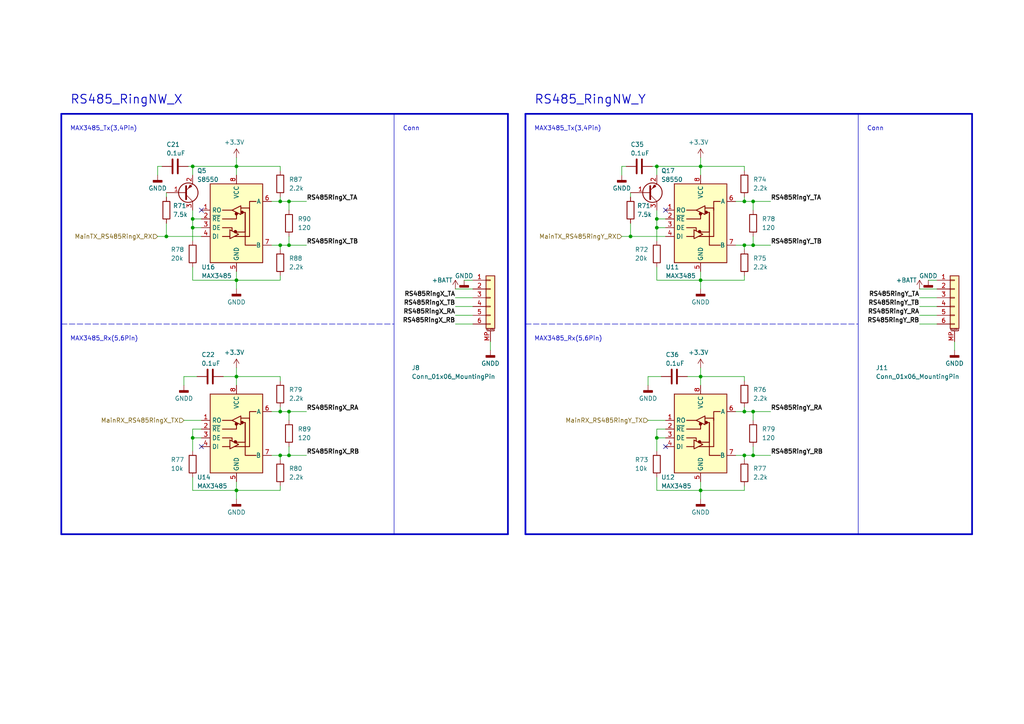
<source format=kicad_sch>
(kicad_sch (version 20230121) (generator eeschema)
  (paper "A4")
  (lib_symbols
    (symbol "Connector_Generic_MountingPin:Conn_01x06_MountingPin" (pin_names (offset 1.016) hide)
      (property "Reference" "J" (at 0 7.62 0))
      (property "Value" "Conn_01x06_MountingPin" (at 1.27 -10.16 0))
      (symbol "Conn_01x06_MountingPin_1_1"
        (rectangle (start -1.27 -7.493) (end 0 -7.747) (stroke (width 0.1524)))
        (rectangle (start -1.27 -4.953) (end 0 -5.207) (stroke (width 0.1524)))
        (rectangle (start -1.27 -2.413) (end 0 -2.667) (stroke (width 0.1524)))
        (rectangle (start -1.27 0.127) (end 0 -0.127) (stroke (width 0.1524)))
        (rectangle (start -1.27 2.667) (end 0 2.413) (stroke (width 0.1524)))
        (rectangle (start -1.27 5.207) (end 0 4.953) (stroke (width 0.1524)))
        (rectangle (start -1.27 6.35) (end 1.27 -8.89) (stroke (width 0.254)) (fill (type background)))
        (polyline (pts (xy -1.016 -9.652) (xy 1.016 -9.652)) (stroke (width 0.1524)))
        (text "Mounting" (at 0 -9.271 0) (effects (font (size 0.381 0.381))))
        (pin passive line (at -5.08 5.08 0) (length 3.81) (name "Pin_1") (number "1"))
        (pin passive line (at -5.08 2.54 0) (length 3.81) (name "Pin_2") (number "2"))
        (pin passive line (at -5.08 0 0) (length 3.81) (name "Pin_3") (number "3"))
        (pin passive line (at -5.08 -2.54 0) (length 3.81) (name "Pin_4") (number "4"))
        (pin passive line (at -5.08 -5.08 0) (length 3.81) (name "Pin_5") (number "5"))
        (pin passive line (at -5.08 -7.62 0) (length 3.81) (name "Pin_6") (number "6"))
        (pin passive line (at 0 -12.7 90) (length 3.048) (name "MountPin") (number "MP"))
      )
    )
    (symbol "Device:C" (pin_numbers hide) (pin_names (offset 0.254))
      (property "Reference" "C" (at 0.635 2.54 0))
      (property "Value" "C" (at 0.635 -2.54 0))
      (symbol "C_0_1"
        (polyline (pts (xy -2.032 -0.762) (xy 2.032 -0.762)) (stroke (width 0.508)))
        (polyline (pts (xy -2.032 0.762) (xy 2.032 0.762)) (stroke (width 0.508)))
      )
      (symbol "C_1_1"
        (pin passive line (at 0 3.81 270) (length 2.794) (name "~") (number "1"))
        (pin passive line (at 0 -3.81 90) (length 2.794) (name "~") (number "2"))
      )
    )
    (symbol "Device:Q_PNP_BEC" (pin_names (offset 0) hide)
      (property "Reference" "Q" (at 5.08 1.27 0))
      (property "Value" "Q_PNP_BEC" (at 5.08 -1.27 0))
      (symbol "Q_PNP_BEC_0_1"
        (polyline (pts (xy 0.635 0.635) (xy 2.54 2.54)))
        (polyline (pts (xy 0.635 -0.635) (xy 2.54 -2.54) (xy 2.54 -2.54)))
        (polyline (pts (xy 0.635 1.905) (xy 0.635 -1.905) (xy 0.635 -1.905)) (stroke (width 0.508)))
        (polyline (pts (xy 2.286 -1.778) (xy 1.778 -2.286) (xy 1.27 -1.27) (xy 2.286 -1.778) (xy 2.286 -1.778)) (fill (type outline)))
        (circle (center 1.27 0) (radius 2.8194) (stroke (width 0.254)))
      )
      (symbol "Q_PNP_BEC_1_1"
        (pin input line (at -5.08 0 0) (length 5.715) (name "B") (number "1"))
        (pin passive line (at 2.54 -5.08 90) (length 2.54) (name "E") (number "2"))
        (pin passive line (at 2.54 5.08 270) (length 2.54) (name "C") (number "3"))
      )
    )
    (symbol "Device:R" (pin_numbers hide) (pin_names (offset 0))
      (property "Reference" "R" (at 2.032 0 90))
      (property "Value" "R" (at 0 0 90))
      (symbol "R_0_1"
        (rectangle (start -1.016 -2.54) (end 1.016 2.54) (stroke (width 0.254)))
      )
      (symbol "R_1_1"
        (pin passive line (at 0 3.81 270) (length 1.27) (name "~") (number "1"))
        (pin passive line (at 0 -3.81 90) (length 1.27) (name "~") (number "2"))
      )
    )
    (symbol "MAX3485_1"
      (property "Reference" "U?" (at 2.0194 15.24 0))
      (property "Value" "MAX3485" (at 2.0194 12.7 0))
      (symbol "MAX3485_1_0_1"
        (rectangle (start -7.62 10.16) (end 7.62 -12.7) (stroke (width 0.254)) (fill (type background)))
        (circle (center -0.3048 -3.683) (radius 0.3556) (stroke (width 0.254)) (fill (type outline)))
        (circle (center -0.0254 1.4986) (radius 0.3556) (stroke (width 0.254)) (fill (type outline)))
        (polyline (pts (xy -4.064 -5.08) (xy -1.905 -5.08)) (stroke (width 0.254)))
        (polyline (pts (xy -4.064 2.54) (xy -1.27 2.54)) (stroke (width 0.254)))
        (polyline (pts (xy -1.27 -3.2004) (xy -1.27 -3.4544)) (stroke (width 0.254)))
        (polyline (pts (xy -0.635 -5.08) (xy 3.81 -5.08)) (stroke (width 0.254)))
        (polyline (pts (xy -4.064 -2.54) (xy -1.27 -2.54) (xy -1.27 -3.175)) (stroke (width 0.254)))
        (polyline (pts (xy 0 1.27) (xy 0 0) (xy -4.064 0)) (stroke (width 0.254)))
        (polyline (pts (xy 1.27 3.175) (xy 3.81 3.175) (xy 3.81 -5.08)) (stroke (width 0.254)))
        (polyline (pts (xy 2.54 1.905) (xy 2.54 -3.81) (xy 0 -3.81)) (stroke (width 0.254)))
        (polyline (pts (xy -1.905 -3.175) (xy -1.905 -5.715) (xy 0.635 -4.445) (xy -1.905 -3.175)) (stroke (width 0.254)))
        (polyline (pts (xy -1.27 2.54) (xy 1.27 3.81) (xy 1.27 1.27) (xy -1.27 2.54)) (stroke (width 0.254)))
        (polyline (pts (xy 3.81 3.175) (xy 3.81 2.54) (xy 3.81 5.08) (xy 5.715 5.08)) (stroke (width 0.254)))
        (polyline (pts (xy 1.905 1.905) (xy 2.54 1.905) (xy 2.54 -3.81) (xy 2.54 -6.985) (xy 2.54 -7.62) (xy 5.08 -7.62) (xy 5.715 -7.62)) (stroke (width 0.254)))
        (rectangle (start 1.27 3.175) (end 1.27 3.175))
        (circle (center 1.651 1.905) (radius 0.3556) (stroke (width 0.254)) (fill (type outline)))
      )
      (symbol "MAX3485_1_1_1"
        (pin output line (at -10.16 2.54 0) (length 2.54) (name "RO") (number "1"))
        (pin input line (at -10.16 0 0) (length 2.54) (name "~{RE}") (number "2"))
        (pin input line (at -10.16 -2.54 0) (length 2.54) (name "DE") (number "3"))
        (pin input line (at -10.16 -5.08 0) (length 2.54) (name "DI") (number "4"))
        (pin power_in line (at 0 -15.24 90) (length 2.54) (name "GND") (number "5"))
        (pin bidirectional line (at 10.16 5.08 180) (length 2.54) (name "A") (number "6"))
        (pin bidirectional line (at 10.16 -7.62 180) (length 2.54) (name "B") (number "7"))
        (pin power_in line (at 0 12.7 270) (length 2.54) (name "VCC") (number "8"))
      )
    )
    (symbol "power:+3.3V" (power) (pin_names (offset 0))
      (property "Value" "+3.3V" (at 0 3.556 0))
      (symbol "+3.3V_0_1"
        (polyline (pts (xy -0.762 1.27) (xy 0 2.54)))
        (polyline (pts (xy 0 0) (xy 0 2.54)))
        (polyline (pts (xy 0 2.54) (xy 0.762 1.27)))
      )
      (symbol "+3.3V_1_1"
        (pin power_in line (at 0 0 90) (length 0) hide (name "+3.3V") (number "1"))
      )
    )
    (symbol "power:+BATT" (power) (pin_names (offset 0))
      (property "Value" "+BATT" (at 0 3.556 0))
      (symbol "+BATT_0_1"
        (polyline (pts (xy -0.762 1.27) (xy 0 2.54)))
        (polyline (pts (xy 0 0) (xy 0 2.54)))
        (polyline (pts (xy 0 2.54) (xy 0.762 1.27)))
      )
      (symbol "+BATT_1_1"
        (pin power_in line (at 0 0 90) (length 0) hide (name "+BATT") (number "1"))
      )
    )
    (symbol "power:GNDD" (power) (pin_names (offset 0))
      (property "Value" "GNDD" (at 0 -3.175 0))
      (symbol "GNDD_0_1"
        (rectangle (start -1.27 -1.524) (end 1.27 -2.032) (stroke (width 0.254)) (fill (type outline)))
        (polyline (pts (xy 0 0) (xy 0 -1.524)))
      )
      (symbol "GNDD_1_1"
        (pin power_in line (at 0 0 270) (length 0) hide (name "GNDD") (number "1"))
      )
    )
  )
  (junction (at 203.2 48.26))
  (junction (at 68.58 48.26))
  (junction (at 83.82 71.12))
  (junction (at 48.26 68.58))
  (junction (at 218.44 119.38))
  (junction (at 81.28 132.08))
  (junction (at 81.28 71.12))
  (junction (at 215.9 119.38))
  (junction (at 83.82 58.42))
  (junction (at 190.5 127))
  (junction (at 215.9 58.42))
  (junction (at 81.28 119.38))
  (junction (at 68.58 81.28))
  (junction (at 190.5 48.26))
  (junction (at 218.44 132.08))
  (junction (at 215.9 71.12))
  (junction (at 68.58 109.22))
  (junction (at 55.88 66.04))
  (junction (at 55.88 48.26))
  (junction (at 55.88 127))
  (junction (at 190.5 63.5))
  (junction (at 68.58 142.24))
  (junction (at 215.9 132.08))
  (junction (at 203.2 142.24))
  (junction (at 203.2 109.22))
  (junction (at 218.44 71.12))
  (junction (at 182.88 68.58))
  (junction (at 83.82 119.38))
  (junction (at 218.44 58.42))
  (junction (at 190.5 66.04))
  (junction (at 81.28 58.42))
  (junction (at 83.82 132.08))
  (junction (at 55.88 63.5))
  (junction (at 203.2 81.28))
  (no_connect (at 193.04 60.96))
  (no_connect (at 58.42 60.96))
  (no_connect (at 193.04 129.54))
  (no_connect (at 58.42 129.54))
  (wire (pts (xy 203.2 142.24) (xy 215.9 142.24)))
  (wire (pts (xy 68.58 48.26) (xy 68.58 45.72)))
  (wire (pts (xy 137.16 86.36) (xy 132.08 86.36)))
  (wire (pts (xy 55.88 138.43) (xy 55.88 142.24)))
  (wire (pts (xy 137.16 91.44) (xy 132.08 91.44)))
  (wire (pts (xy 218.44 58.42) (xy 218.44 60.96)))
  (wire (pts (xy 83.82 71.12) (xy 88.9 71.12)))
  (polyline (pts (xy 152.4 154.94) (xy 281.94 154.94)) (stroke (width 0.5) (type solid)))
  (wire (pts (xy 68.58 139.7) (xy 68.58 142.24)))
  (wire (pts (xy 55.88 63.5) (xy 58.42 63.5)))
  (wire (pts (xy 68.58 109.22) (xy 81.28 109.22)))
  (wire (pts (xy 203.2 48.26) (xy 203.2 45.72)))
  (wire (pts (xy 190.5 63.5) (xy 193.04 63.5)))
  (wire (pts (xy 55.88 48.26) (xy 68.58 48.26)))
  (wire (pts (xy 190.5 124.46) (xy 193.04 124.46)))
  (wire (pts (xy 182.88 55.88) (xy 182.88 57.15)))
  (wire (pts (xy 203.2 48.26) (xy 215.9 48.26)))
  (wire (pts (xy 182.88 68.58) (xy 193.04 68.58)))
  (wire (pts (xy 215.9 132.08) (xy 215.9 133.35)))
  (wire (pts (xy 218.44 129.54) (xy 218.44 132.08)))
  (wire (pts (xy 83.82 58.42) (xy 83.82 60.96)))
  (wire (pts (xy 83.82 119.38) (xy 83.82 121.92)))
  (wire (pts (xy 187.96 111.76) (xy 187.96 109.22)))
  (wire (pts (xy 182.88 64.77) (xy 182.88 68.58)))
  (wire (pts (xy 53.34 121.92) (xy 58.42 121.92)))
  (wire (pts (xy 199.39 109.22) (xy 203.2 109.22)))
  (wire (pts (xy 215.9 140.97) (xy 215.9 142.24)))
  (wire (pts (xy 218.44 58.42) (xy 223.52 58.42)))
  (wire (pts (xy 78.74 58.42) (xy 81.28 58.42)))
  (wire (pts (xy 81.28 71.12) (xy 83.82 71.12)))
  (wire (pts (xy 137.16 81.28) (xy 134.62 81.28)))
  (wire (pts (xy 190.5 63.5) (xy 190.5 66.04)))
  (wire (pts (xy 68.58 109.22) (xy 68.58 106.68)))
  (wire (pts (xy 189.23 48.26) (xy 190.5 48.26)))
  (wire (pts (xy 83.82 119.38) (xy 88.9 119.38)))
  (wire (pts (xy 55.88 142.24) (xy 68.58 142.24)))
  (wire (pts (xy 266.7 83.82) (xy 271.78 83.82)))
  (wire (pts (xy 187.96 109.22) (xy 191.77 109.22)))
  (wire (pts (xy 55.88 127) (xy 55.88 130.81)))
  (wire (pts (xy 81.28 58.42) (xy 83.82 58.42)))
  (polyline (pts (xy 17.78 93.98) (xy 114.3 93.98)) (stroke (width 0) (type dash)))
  (wire (pts (xy 83.82 129.54) (xy 83.82 132.08)))
  (polyline (pts (xy 152.4 93.98) (xy 248.92 93.98)) (stroke (width 0) (type dash)))
  (wire (pts (xy 81.28 57.15) (xy 81.28 58.42)))
  (wire (pts (xy 271.78 91.44) (xy 266.7 91.44)))
  (wire (pts (xy 81.28 109.22) (xy 81.28 110.49)))
  (wire (pts (xy 53.34 111.76) (xy 53.34 109.22)))
  (wire (pts (xy 55.88 77.47) (xy 55.88 81.28)))
  (wire (pts (xy 215.9 58.42) (xy 218.44 58.42)))
  (wire (pts (xy 55.88 60.96) (xy 55.88 63.5)))
  (wire (pts (xy 81.28 132.08) (xy 83.82 132.08)))
  (wire (pts (xy 68.58 78.74) (xy 68.58 81.28)))
  (wire (pts (xy 187.96 121.92) (xy 193.04 121.92)))
  (wire (pts (xy 203.2 78.74) (xy 203.2 81.28)))
  (wire (pts (xy 190.5 142.24) (xy 203.2 142.24)))
  (wire (pts (xy 190.5 138.43) (xy 190.5 142.24)))
  (wire (pts (xy 68.58 109.22) (xy 68.58 111.76)))
  (wire (pts (xy 203.2 109.22) (xy 203.2 106.68)))
  (wire (pts (xy 81.28 80.01) (xy 81.28 81.28)))
  (wire (pts (xy 276.86 99.06) (xy 276.86 101.6)))
  (wire (pts (xy 215.9 80.01) (xy 215.9 81.28)))
  (wire (pts (xy 213.36 132.08) (xy 215.9 132.08)))
  (polyline (pts (xy 17.78 33.02) (xy 17.78 154.94)) (stroke (width 0.5) (type solid)))
  (wire (pts (xy 190.5 127) (xy 190.5 130.81)))
  (wire (pts (xy 271.78 86.36) (xy 266.7 86.36)))
  (wire (pts (xy 54.61 48.26) (xy 55.88 48.26)))
  (polyline (pts (xy 152.4 33.02) (xy 152.4 154.94)) (stroke (width 0.5) (type solid)))
  (wire (pts (xy 190.5 127) (xy 193.04 127)))
  (wire (pts (xy 215.9 57.15) (xy 215.9 58.42)))
  (wire (pts (xy 55.88 66.04) (xy 55.88 69.85)))
  (wire (pts (xy 215.9 118.11) (xy 215.9 119.38)))
  (wire (pts (xy 81.28 48.26) (xy 81.28 49.53)))
  (wire (pts (xy 218.44 119.38) (xy 218.44 121.92)))
  (polyline (pts (xy 281.94 154.94) (xy 281.94 33.02)) (stroke (width 0.5) (type solid)))
  (wire (pts (xy 203.2 139.7) (xy 203.2 142.24)))
  (wire (pts (xy 180.34 68.58) (xy 182.88 68.58)))
  (wire (pts (xy 203.2 48.26) (xy 203.2 50.8)))
  (wire (pts (xy 190.5 77.47) (xy 190.5 81.28)))
  (wire (pts (xy 215.9 71.12) (xy 215.9 72.39)))
  (wire (pts (xy 53.34 109.22) (xy 57.15 109.22)))
  (wire (pts (xy 190.5 81.28) (xy 203.2 81.28)))
  (wire (pts (xy 81.28 119.38) (xy 83.82 119.38)))
  (wire (pts (xy 68.58 142.24) (xy 68.58 144.78)))
  (wire (pts (xy 68.58 81.28) (xy 81.28 81.28)))
  (wire (pts (xy 132.08 83.82) (xy 137.16 83.82)))
  (wire (pts (xy 213.36 58.42) (xy 215.9 58.42)))
  (wire (pts (xy 81.28 140.97) (xy 81.28 142.24)))
  (wire (pts (xy 215.9 109.22) (xy 215.9 110.49)))
  (wire (pts (xy 137.16 88.9) (xy 132.08 88.9)))
  (wire (pts (xy 190.5 66.04) (xy 193.04 66.04)))
  (wire (pts (xy 55.88 124.46) (xy 55.88 127)))
  (wire (pts (xy 190.5 60.96) (xy 190.5 63.5)))
  (polyline (pts (xy 17.78 154.94) (xy 147.32 154.94)) (stroke (width 0.5) (type solid)))
  (wire (pts (xy 45.72 68.58) (xy 48.26 68.58)))
  (wire (pts (xy 203.2 109.22) (xy 203.2 111.76)))
  (wire (pts (xy 55.88 66.04) (xy 58.42 66.04)))
  (wire (pts (xy 203.2 81.28) (xy 215.9 81.28)))
  (polyline (pts (xy 281.94 33.02) (xy 152.4 33.02)) (stroke (width 0.5) (type solid)))
  (wire (pts (xy 190.5 50.8) (xy 190.5 48.26)))
  (wire (pts (xy 203.2 81.28) (xy 203.2 83.82)))
  (wire (pts (xy 78.74 132.08) (xy 81.28 132.08)))
  (wire (pts (xy 213.36 71.12) (xy 215.9 71.12)))
  (wire (pts (xy 48.26 68.58) (xy 58.42 68.58)))
  (wire (pts (xy 142.24 99.06) (xy 142.24 101.6)))
  (wire (pts (xy 218.44 71.12) (xy 223.52 71.12)))
  (wire (pts (xy 81.28 71.12) (xy 81.28 72.39)))
  (wire (pts (xy 83.82 58.42) (xy 88.9 58.42)))
  (wire (pts (xy 68.58 48.26) (xy 81.28 48.26)))
  (wire (pts (xy 83.82 68.58) (xy 83.82 71.12)))
  (wire (pts (xy 190.5 66.04) (xy 190.5 69.85)))
  (wire (pts (xy 55.88 50.8) (xy 55.88 48.26)))
  (wire (pts (xy 81.28 132.08) (xy 81.28 133.35)))
  (wire (pts (xy 55.88 124.46) (xy 58.42 124.46)))
  (wire (pts (xy 215.9 71.12) (xy 218.44 71.12)))
  (wire (pts (xy 48.26 55.88) (xy 48.26 57.15)))
  (wire (pts (xy 180.34 50.8) (xy 180.34 48.26)))
  (wire (pts (xy 213.36 119.38) (xy 215.9 119.38)))
  (wire (pts (xy 215.9 119.38) (xy 218.44 119.38)))
  (wire (pts (xy 190.5 48.26) (xy 203.2 48.26)))
  (wire (pts (xy 68.58 48.26) (xy 68.58 50.8)))
  (wire (pts (xy 203.2 109.22) (xy 215.9 109.22)))
  (wire (pts (xy 81.28 118.11) (xy 81.28 119.38)))
  (wire (pts (xy 271.78 88.9) (xy 266.7 88.9)))
  (wire (pts (xy 68.58 81.28) (xy 68.58 83.82)))
  (polyline (pts (xy 147.32 154.94) (xy 147.32 33.02)) (stroke (width 0.5) (type solid)))
  (wire (pts (xy 64.77 109.22) (xy 68.58 109.22)))
  (wire (pts (xy 78.74 119.38) (xy 81.28 119.38)))
  (wire (pts (xy 180.34 48.26) (xy 181.61 48.26)))
  (wire (pts (xy 45.72 48.26) (xy 46.99 48.26)))
  (wire (pts (xy 78.74 71.12) (xy 81.28 71.12)))
  (wire (pts (xy 190.5 124.46) (xy 190.5 127)))
  (wire (pts (xy 83.82 132.08) (xy 88.9 132.08)))
  (wire (pts (xy 218.44 132.08) (xy 223.52 132.08)))
  (wire (pts (xy 55.88 127) (xy 58.42 127)))
  (wire (pts (xy 203.2 142.24) (xy 203.2 144.78)))
  (wire (pts (xy 215.9 132.08) (xy 218.44 132.08)))
  (wire (pts (xy 55.88 63.5) (xy 55.88 66.04)))
  (wire (pts (xy 137.16 93.98) (xy 132.08 93.98)))
  (wire (pts (xy 48.26 64.77) (xy 48.26 68.58)))
  (wire (pts (xy 215.9 48.26) (xy 215.9 49.53)))
  (wire (pts (xy 55.88 81.28) (xy 68.58 81.28)))
  (wire (pts (xy 45.72 50.8) (xy 45.72 48.26)))
  (wire (pts (xy 68.58 142.24) (xy 81.28 142.24)))
  (wire (pts (xy 218.44 68.58) (xy 218.44 71.12)))
  (polyline (pts (xy 147.32 33.02) (xy 17.78 33.02)) (stroke (width 0.5) (type solid)))
  (wire (pts (xy 271.78 93.98) (xy 266.7 93.98)))
  (wire (pts (xy 271.78 81.28) (xy 269.24 81.28)))
  (wire (pts (xy 218.44 119.38) (xy 223.52 119.38)))
  (rectangle (start 114.3 33.02) (end 114.3 154.94))
  (rectangle (start 248.92 33.02) (end 248.92 154.94))
  (text "RS485_RingNW_X" (at 20.32 30.48 0) (effects (font (size 2.54 2.54) (thickness 0.254) bold) (justify left bottom)))
  (text "RS485_RingNW_Y" (at 154.94 30.48 0) (effects (font (size 2.54 2.54) (thickness 0.254) bold) (justify left bottom)))
  (text "MAX3485_Tx(3,4Pin)" (at 154.94 38.1 0) (effects (font (size 1.27 1.27)) (justify left bottom)))
  (text "MAX3485_Rx(5,6Pin)" (at 20.32 99.06 0) (effects (font (size 1.27 1.27)) (justify left bottom)))
  (text "MAX3485_Tx(3,4Pin)" (at 20.32 38.1 0) (effects (font (size 1.27 1.27)) (justify left bottom)))
  (text "Conn" (at 251.46 38.1 0) (effects (font (size 1.27 1.27)) (justify left bottom)))
  (text "Conn" (at 116.84 38.1 0) (effects (font (size 1.27 1.27)) (justify left bottom)))
  (text "MAX3485_Rx(5,6Pin)" (at 154.94 99.06 0) (effects (font (size 1.27 1.27)) (justify left bottom)))
  (label "RS485RingX_TB" (at 88.9 71.12 0) (effects (font (thickness 0.254) bold)))
  (label "RS485RingX_RB" (at 132.08 93.98 180) (effects (font (thickness 0.254) bold)))
  (label "RS485RingY_RA" (at 266.7 91.44 180) (effects (font (thickness 0.254) bold)))
  (label "RS485RingX_TA" (at 88.9 58.42 0) (effects (font (thickness 0.254) bold)))
  (label "RS485RingX_RA" (at 132.08 91.44 180) (effects (font (thickness 0.254) bold)))
  (label "RS485RingY_TB" (at 266.7 88.9 180) (effects (font (thickness 0.254) bold)))
  (label "RS485RingY_TA" (at 223.52 58.42 0) (effects (font (thickness 0.254) bold)))
  (label "RS485RingX_RB" (at 88.9 132.08 0) (effects (font (thickness 0.254) bold)))
  (label "RS485RingY_RB" (at 223.52 132.08 0) (effects (font (thickness 0.254) bold)))
  (label "RS485RingX_TA" (at 132.08 86.36 180) (effects (font (thickness 0.254) bold)))
  (label "RS485RingY_RB" (at 266.7 93.98 180) (effects (font (thickness 0.254) bold)))
  (label "RS485RingX_TB" (at 132.08 88.9 180) (effects (font (thickness 0.254) bold)))
  (label "RS485RingX_RA" (at 88.9 119.38 0) (effects (font (thickness 0.254) bold)))
  (label "RS485RingY_TA" (at 266.7 86.36 180) (effects (font (thickness 0.254) bold)))
  (label "RS485RingY_TB" (at 223.52 71.12 0) (effects (font (thickness 0.254) bold)))
  (label "RS485RingY_RA" (at 223.52 119.38 0) (effects (font (thickness 0.254) bold)))
  (hierarchical_label "MainTX_RS485RingX_RX" (shape input) (at 45.72 68.58 180))
  (hierarchical_label "MainTX_RS485RingY_RX" (shape input) (at 180.34 68.58 180))
  (hierarchical_label "MainRX_RS485RingY_TX" (shape input) (at 187.96 121.92 180))
  (hierarchical_label "MainRX_RS485RingX_TX" (shape input) (at 53.34 121.92 180))
  (symbol (lib_id "Device:R") (at 81.28 137.16 0) (unit 1)
    (property "Reference" "R80" (at 83.82 135.8899 0) (effects (justify left)))
    (property "Value" "2.2k" (at 83.82 138.4299 0) (effects (justify left)))
    (property "Footprint" "Resistor_SMD:R_0402_1005Metric" (effects hide))
  )
  (symbol (lib_id "power:+3.3V") (at 203.2 45.72 0) (unit 1)
    (property "Reference" "#PWR0108" (effects hide))
    (property "Value" "+3.3V" (at 202.565 41.275 0))
  )
  (symbol (lib_id "Device:C") (at 50.8 48.26 270) (mirror x) (unit 1)
    (property "Reference" "C21" (at 48.26 41.91 90) (effects (justify left)))
    (property "Value" "0.1uF" (at 48.26 44.45 90) (effects (justify left)))
    (property "Footprint" "Capacitor_SMD:C_0402_1005Metric" (effects hide))
  )
  (symbol (lib_id "Device:R") (at 215.9 114.3 0) (unit 1)
    (property "Reference" "R76" (at 218.44 113.0299 0) (effects (justify left)))
    (property "Value" "2.2k" (at 218.44 115.5699 0) (effects (justify left)))
    (property "Footprint" "Resistor_SMD:R_0402_1005Metric" (effects hide))
  )
  (symbol (lib_id "Device:R") (at 48.26 60.96 0) (unit 1)
    (property "Reference" "R71" (at 50.165 59.6899 0) (effects (justify left)))
    (property "Value" "7.5k" (at 50.165 62.2299 0) (effects (justify left)))
    (property "Footprint" "Resistor_SMD:R_0603_1608Metric" (effects hide))
  )
  (symbol (lib_id "Device:Q_PNP_BEC") (at 53.34 55.88 0) (mirror x) (unit 1)
    (property "Reference" "Q5" (at 57.15 49.53 0) (effects (justify left)))
    (property "Value" "S8550" (at 57.15 52.07 0) (effects (justify left)))
    (property "Footprint" "Package_TO_SOT_SMD:SOT-23" (effects hide))
  )
  (symbol (lib_id "Device:R") (at 215.9 137.16 0) (unit 1)
    (property "Reference" "R77" (at 218.44 135.8899 0) (effects (justify left)))
    (property "Value" "2.2k" (at 218.44 138.4299 0) (effects (justify left)))
    (property "Footprint" "Resistor_SMD:R_0402_1005Metric" (effects hide))
  )
  (symbol (lib_id "Device:R") (at 182.88 60.96 0) (unit 1)
    (property "Reference" "R71" (at 184.785 59.6899 0) (effects (justify left)))
    (property "Value" "7.5k" (at 184.785 62.2299 0) (effects (justify left)))
    (property "Footprint" "Resistor_SMD:R_0603_1608Metric" (effects hide))
  )
  (symbol (lib_id "Device:R") (at 218.44 64.77 0) (unit 1)
    (property "Reference" "R78" (at 220.98 63.4999 0) (effects (justify left)))
    (property "Value" "120" (at 220.98 66.0399 0) (effects (justify left)))
    (property "Footprint" "Resistor_SMD:R_0402_1005Metric" (effects hide))
  )
  (symbol (lib_id "power:GNDD") (at 276.86 101.6 0) (unit 1)
    (property "Reference" "#PWR0113" (effects hide))
    (property "Value" "GNDD" (at 276.86 105.41 0))
  )
  (symbol (lib_id "Device:C") (at 60.96 109.22 270) (mirror x) (unit 1)
    (property "Reference" "C22" (at 58.42 102.87 90) (effects (justify left)))
    (property "Value" "0.1uF" (at 58.42 105.41 90) (effects (justify left)))
    (property "Footprint" "Capacitor_SMD:C_0402_1005Metric" (effects hide))
  )
  (symbol (lib_name "MAX3485_1") (lib_id "Interface_UART:MAX3485") (at 68.58 124.46 0) (unit 1)
    (property "Reference" "U14" (at 57.15 138.43 0) (effects (justify left)))
    (property "Value" "MAX3485" (at 57.15 140.97 0) (effects (justify left)))
    (property "Footprint" "Package_SO:SOP-8_3.9x4.9mm_P1.27mm" (effects hide))
    (property "Datasheet" "https://datasheets.maximintegrated.com/en/ds/MAX3483-MAX3491.pdf" (effects hide))
  )
  (symbol (lib_id "Device:R") (at 81.28 53.34 0) (unit 1)
    (property "Reference" "R87" (at 83.82 52.0699 0) (effects (justify left)))
    (property "Value" "2.2k" (at 83.82 54.6099 0) (effects (justify left)))
    (property "Footprint" "Resistor_SMD:R_0402_1005Metric" (effects hide))
  )
  (symbol (lib_id "Connector_Generic_MountingPin:Conn_01x06_MountingPin") (at 142.24 86.36 0) (unit 1)
    (property "Reference" "J8" (at 119.38 106.68 0) (effects (justify left)))
    (property "Value" "Conn_01x06_MountingPin" (at 119.38 109.22 0) (effects (justify left)))
    (property "Footprint" "Connector_Molex:Molex_PicoBlade_53398-0671_1x06-1MP_P1.25mm_Vertical" (effects hide))
  )
  (symbol (lib_id "power:+3.3V") (at 68.58 106.68 0) (unit 1)
    (property "Reference" "#PWR072" (effects hide))
    (property "Value" "+3.3V" (at 67.945 102.235 0))
  )
  (symbol (lib_id "Device:R") (at 83.82 125.73 0) (unit 1)
    (property "Reference" "R89" (at 86.36 124.4599 0) (effects (justify left)))
    (property "Value" "120" (at 86.36 126.9999 0) (effects (justify left)))
    (property "Footprint" "Resistor_SMD:R_0402_1005Metric" (effects hide))
  )
  (symbol (lib_name "MAX3485_1") (lib_id "Interface_UART:MAX3485") (at 203.2 63.5 0) (unit 1)
    (property "Reference" "U11" (at 193.04 77.47 0) (effects (justify left)))
    (property "Value" "MAX3485" (at 193.04 80.01 0) (effects (justify left)))
    (property "Footprint" "Package_SO:SOP-8_3.9x4.9mm_P1.27mm" (effects hide))
    (property "Datasheet" "https://datasheets.maximintegrated.com/en/ds/MAX3483-MAX3491.pdf" (effects hide))
  )
  (symbol (lib_id "Device:R") (at 83.82 64.77 0) (unit 1)
    (property "Reference" "R90" (at 86.36 63.4999 0) (effects (justify left)))
    (property "Value" "120" (at 86.36 66.0399 0) (effects (justify left)))
    (property "Footprint" "Resistor_SMD:R_0402_1005Metric" (effects hide))
  )
  (symbol (lib_id "power:GNDD") (at 180.34 50.8 0) (unit 1)
    (property "Reference" "#PWR074" (effects hide))
    (property "Value" "GNDD" (at 180.34 54.61 0))
  )
  (symbol (lib_id "power:GNDD") (at 68.58 83.82 0) (unit 1)
    (property "Reference" "#PWR075" (effects hide))
    (property "Value" "GNDD" (at 68.58 87.63 0))
  )
  (symbol (lib_id "power:GNDD") (at 134.62 81.28 0) (unit 1)
    (property "Reference" "#PWR076" (effects hide))
    (property "Value" "GNDD" (at 134.62 80.01 0))
  )
  (symbol (lib_id "power:GNDD") (at 53.34 111.76 0) (unit 1)
    (property "Reference" "#PWR071" (effects hide))
    (property "Value" "GNDD" (at 53.34 115.57 0))
  )
  (symbol (lib_id "Device:R") (at 215.9 53.34 0) (unit 1)
    (property "Reference" "R74" (at 218.44 52.0699 0) (effects (justify left)))
    (property "Value" "2.2k" (at 218.44 54.6099 0) (effects (justify left)))
    (property "Footprint" "Resistor_SMD:R_0402_1005Metric" (effects hide))
  )
  (symbol (lib_id "power:GNDD") (at 269.24 81.28 0) (unit 1)
    (property "Reference" "#PWR0112" (effects hide))
    (property "Value" "GNDD" (at 269.24 80.01 0))
  )
  (symbol (lib_id "Device:R") (at 55.88 134.62 0) (unit 1)
    (property "Reference" "R77" (at 49.53 133.35 0) (effects (justify left)))
    (property "Value" "10k" (at 49.53 135.89 0) (effects (justify left)))
    (property "Footprint" "Resistor_SMD:R_0402_1005Metric" (effects hide))
  )
  (symbol (lib_id "power:GNDD") (at 45.72 50.8 0) (unit 1)
    (property "Reference" "#PWR070" (effects hide))
    (property "Value" "GNDD" (at 45.72 54.61 0))
  )
  (symbol (lib_id "Device:R") (at 81.28 114.3 0) (unit 1)
    (property "Reference" "R79" (at 83.82 113.0299 0) (effects (justify left)))
    (property "Value" "2.2k" (at 83.82 115.5699 0) (effects (justify left)))
    (property "Footprint" "Resistor_SMD:R_0402_1005Metric" (effects hide))
  )
  (symbol (lib_id "Device:R") (at 81.28 76.2 0) (unit 1)
    (property "Reference" "R88" (at 83.82 74.9299 0) (effects (justify left)))
    (property "Value" "2.2k" (at 83.82 77.4699 0) (effects (justify left)))
    (property "Footprint" "Resistor_SMD:R_0402_1005Metric" (effects hide))
  )
  (symbol (lib_id "Device:R") (at 190.5 73.66 0) (unit 1)
    (property "Reference" "R72" (at 184.15 72.39 0) (effects (justify left)))
    (property "Value" "20k" (at 184.15 74.93 0) (effects (justify left)))
    (property "Footprint" "Resistor_SMD:R_0402_1005Metric" (effects hide))
  )
  (symbol (lib_id "power:GNDD") (at 187.96 111.76 0) (unit 1)
    (property "Reference" "#PWR083" (effects hide))
    (property "Value" "GNDD" (at 187.96 115.57 0))
  )
  (symbol (lib_id "Device:R") (at 55.88 73.66 0) (unit 1)
    (property "Reference" "R78" (at 49.53 72.39 0) (effects (justify left)))
    (property "Value" "20k" (at 49.53 74.93 0) (effects (justify left)))
    (property "Footprint" "Resistor_SMD:R_0402_1005Metric" (effects hide))
  )
  (symbol (lib_id "power:+BATT") (at 132.08 83.82 0) (mirror y) (unit 1)
    (property "Reference" "#PWR077" (effects hide))
    (property "Value" "+BATT" (at 128.27 81.28 0))
  )
  (symbol (lib_id "power:GNDD") (at 203.2 144.78 0) (unit 1)
    (property "Reference" "#PWR0111" (effects hide))
    (property "Value" "GNDD" (at 203.2 148.59 0))
  )
  (symbol (lib_id "Device:Q_PNP_BEC") (at 187.96 55.88 0) (mirror x) (unit 1)
    (property "Reference" "Q17" (at 191.77 49.53 0) (effects (justify left)))
    (property "Value" "S8550" (at 191.77 52.07 0) (effects (justify left)))
    (property "Footprint" "Package_TO_SOT_SMD:SOT-23" (effects hide))
  )
  (symbol (lib_id "Device:R") (at 215.9 76.2 0) (unit 1)
    (property "Reference" "R75" (at 218.44 74.9299 0) (effects (justify left)))
    (property "Value" "2.2k" (at 218.44 77.4699 0) (effects (justify left)))
    (property "Footprint" "Resistor_SMD:R_0402_1005Metric" (effects hide))
  )
  (symbol (lib_id "Connector_Generic_MountingPin:Conn_01x06_MountingPin") (at 276.86 86.36 0) (unit 1)
    (property "Reference" "J11" (at 254 106.68 0) (effects (justify left)))
    (property "Value" "Conn_01x06_MountingPin" (at 254 109.22 0) (effects (justify left)))
    (property "Footprint" "Connector_Molex:Molex_PicoBlade_53398-0671_1x06-1MP_P1.25mm_Vertical" (effects hide))
  )
  (symbol (lib_id "power:+3.3V") (at 68.58 45.72 0) (unit 1)
    (property "Reference" "#PWR074" (effects hide))
    (property "Value" "+3.3V" (at 67.945 41.275 0))
  )
  (symbol (lib_id "power:+3.3V") (at 203.2 106.68 0) (unit 1)
    (property "Reference" "#PWR0110" (effects hide))
    (property "Value" "+3.3V" (at 202.565 102.235 0))
  )
  (symbol (lib_name "MAX3485_1") (lib_id "Interface_UART:MAX3485") (at 203.2 124.46 0) (unit 1)
    (property "Reference" "U12" (at 191.77 138.43 0) (effects (justify left)))
    (property "Value" "MAX3485" (at 191.77 140.97 0) (effects (justify left)))
    (property "Footprint" "Package_SO:SOP-8_3.9x4.9mm_P1.27mm" (effects hide))
    (property "Datasheet" "https://datasheets.maximintegrated.com/en/ds/MAX3483-MAX3491.pdf" (effects hide))
  )
  (symbol (lib_id "Device:C") (at 185.42 48.26 270) (mirror x) (unit 1)
    (property "Reference" "C35" (at 182.88 41.91 90) (effects (justify left)))
    (property "Value" "0.1uF" (at 182.88 44.45 90) (effects (justify left)))
    (property "Footprint" "Capacitor_SMD:C_0402_1005Metric" (effects hide))
  )
  (symbol (lib_id "power:GNDD") (at 142.24 101.6 0) (unit 1)
    (property "Reference" "#PWR096" (effects hide))
    (property "Value" "GNDD" (at 142.24 105.41 0))
  )
  (symbol (lib_id "Device:R") (at 190.5 134.62 0) (unit 1)
    (property "Reference" "R73" (at 184.15 133.35 0) (effects (justify left)))
    (property "Value" "10k" (at 184.15 135.89 0) (effects (justify left)))
    (property "Footprint" "Resistor_SMD:R_0402_1005Metric" (effects hide))
  )
  (symbol (lib_name "MAX3485_1") (lib_id "Interface_UART:MAX3485") (at 68.58 63.5 0) (unit 1)
    (property "Reference" "U16" (at 58.42 77.47 0) (effects (justify left)))
    (property "Value" "MAX3485" (at 58.42 80.01 0) (effects (justify left)))
    (property "Footprint" "Package_SO:SOP-8_3.9x4.9mm_P1.27mm" (effects hide))
    (property "Datasheet" "https://datasheets.maximintegrated.com/en/ds/MAX3483-MAX3491.pdf" (effects hide))
  )
  (symbol (lib_id "power:+BATT") (at 266.7 83.82 0) (mirror y) (unit 1)
    (property "Reference" "#PWR078" (effects hide))
    (property "Value" "+BATT" (at 262.89 81.28 0))
  )
  (symbol (lib_id "power:GNDD") (at 203.2 83.82 0) (unit 1)
    (property "Reference" "#PWR0109" (effects hide))
    (property "Value" "GNDD" (at 203.2 87.63 0))
  )
  (symbol (lib_id "Device:C") (at 195.58 109.22 270) (mirror x) (unit 1)
    (property "Reference" "C36" (at 193.04 102.87 90) (effects (justify left)))
    (property "Value" "0.1uF" (at 193.04 105.41 90) (effects (justify left)))
    (property "Footprint" "Capacitor_SMD:C_0402_1005Metric" (effects hide))
  )
  (symbol (lib_id "power:GNDD") (at 68.58 144.78 0) (unit 1)
    (property "Reference" "#PWR073" (effects hide))
    (property "Value" "GNDD" (at 68.58 148.59 0))
  )
  (symbol (lib_id "Device:R") (at 218.44 125.73 0) (unit 1)
    (property "Reference" "R79" (at 220.98 124.4599 0) (effects (justify left)))
    (property "Value" "120" (at 220.98 126.9999 0) (effects (justify left)))
    (property "Footprint" "Resistor_SMD:R_0402_1005Metric" (effects hide))
  )
)
</source>
